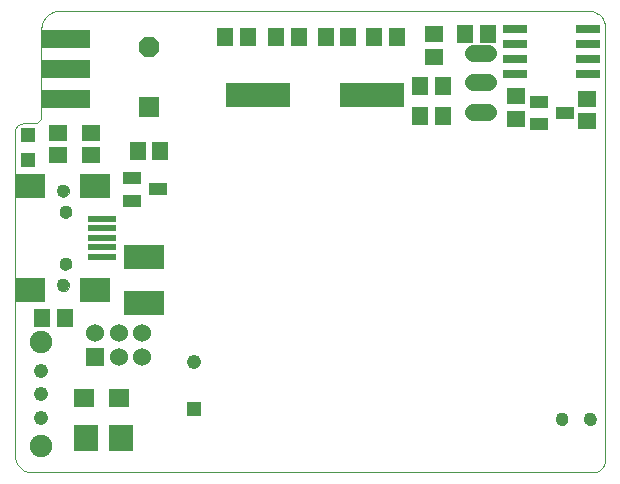
<source format=gts>
G75*
%MOIN*%
%OFA0B0*%
%FSLAX24Y24*%
%IPPOS*%
%LPD*%
%AMOC8*
5,1,8,0,0,1.08239X$1,22.5*
%
%ADD10C,0.0000*%
%ADD11C,0.0476*%
%ADD12C,0.0749*%
%ADD13R,0.0690X0.0690*%
%ADD14OC8,0.0690*%
%ADD15C,0.0434*%
%ADD16R,0.0985X0.0827*%
%ADD17R,0.0949X0.0237*%
%ADD18C,0.0560*%
%ADD19R,0.1640X0.0640*%
%ADD20R,0.0552X0.0631*%
%ADD21R,0.2140X0.0800*%
%ADD22R,0.0840X0.0300*%
%ADD23R,0.0631X0.0552*%
%ADD24R,0.0591X0.0434*%
%ADD25R,0.0827X0.0906*%
%ADD26R,0.0670X0.0591*%
%ADD27R,0.1379X0.0788*%
%ADD28R,0.0600X0.0600*%
%ADD29C,0.0600*%
%ADD30R,0.0476X0.0476*%
%ADD31R,0.0512X0.0512*%
D10*
X002038Y000854D02*
X002038Y011613D01*
X002039Y011613D02*
X002041Y011645D01*
X002046Y011676D01*
X002055Y011707D01*
X002067Y011737D01*
X002083Y011765D01*
X002101Y011791D01*
X002122Y011815D01*
X002146Y011836D01*
X002172Y011854D01*
X002200Y011870D01*
X002230Y011882D01*
X002261Y011891D01*
X002292Y011896D01*
X002324Y011898D01*
X002324Y011899D02*
X002659Y011899D01*
X002689Y011901D01*
X002718Y011906D01*
X002747Y011914D01*
X002774Y011925D01*
X002800Y011940D01*
X002824Y011957D01*
X002846Y011977D01*
X002866Y011999D01*
X002883Y012023D01*
X002898Y012049D01*
X002909Y012076D01*
X002917Y012105D01*
X002922Y012134D01*
X002924Y012164D01*
X002924Y015048D01*
X002926Y015095D01*
X002931Y015142D01*
X002941Y015189D01*
X002954Y015234D01*
X002970Y015279D01*
X002990Y015322D01*
X003013Y015363D01*
X003039Y015402D01*
X003068Y015440D01*
X003101Y015474D01*
X003135Y015507D01*
X003173Y015536D01*
X003212Y015562D01*
X003253Y015585D01*
X003296Y015605D01*
X003341Y015621D01*
X003386Y015634D01*
X003433Y015644D01*
X003480Y015649D01*
X003527Y015651D01*
X021161Y015651D01*
X021161Y015650D02*
X021207Y015648D01*
X021254Y015642D01*
X021299Y015633D01*
X021343Y015620D01*
X021387Y015603D01*
X021428Y015582D01*
X021468Y015558D01*
X021506Y015531D01*
X021542Y015501D01*
X021574Y015469D01*
X021604Y015433D01*
X021631Y015395D01*
X021655Y015355D01*
X021676Y015314D01*
X021693Y015270D01*
X021706Y015226D01*
X021715Y015181D01*
X021721Y015134D01*
X021723Y015088D01*
X021723Y000683D01*
X021721Y000644D01*
X021716Y000606D01*
X021707Y000569D01*
X021695Y000532D01*
X021679Y000497D01*
X021660Y000463D01*
X021639Y000431D01*
X021614Y000401D01*
X021587Y000374D01*
X021557Y000349D01*
X021525Y000328D01*
X021491Y000309D01*
X021456Y000293D01*
X021419Y000281D01*
X021382Y000272D01*
X021344Y000267D01*
X021305Y000265D01*
X002628Y000265D01*
X002582Y000267D01*
X002536Y000272D01*
X002491Y000281D01*
X002446Y000294D01*
X002403Y000310D01*
X002361Y000329D01*
X002320Y000352D01*
X002282Y000377D01*
X002245Y000406D01*
X002212Y000438D01*
X002180Y000471D01*
X002151Y000508D01*
X002126Y000546D01*
X002103Y000587D01*
X002084Y000629D01*
X002068Y000672D01*
X002055Y000717D01*
X002046Y000762D01*
X002041Y000808D01*
X002039Y000854D01*
X003456Y006501D02*
X003458Y006528D01*
X003464Y006555D01*
X003473Y006581D01*
X003486Y006605D01*
X003502Y006628D01*
X003521Y006647D01*
X003543Y006664D01*
X003567Y006678D01*
X003592Y006688D01*
X003619Y006695D01*
X003646Y006698D01*
X003674Y006697D01*
X003701Y006692D01*
X003727Y006684D01*
X003751Y006672D01*
X003774Y006656D01*
X003795Y006638D01*
X003812Y006617D01*
X003827Y006593D01*
X003838Y006568D01*
X003846Y006542D01*
X003850Y006515D01*
X003850Y006487D01*
X003846Y006460D01*
X003838Y006434D01*
X003827Y006409D01*
X003812Y006385D01*
X003795Y006364D01*
X003774Y006346D01*
X003752Y006330D01*
X003727Y006318D01*
X003701Y006310D01*
X003674Y006305D01*
X003646Y006304D01*
X003619Y006307D01*
X003592Y006314D01*
X003567Y006324D01*
X003543Y006338D01*
X003521Y006355D01*
X003502Y006374D01*
X003486Y006397D01*
X003473Y006421D01*
X003464Y006447D01*
X003458Y006474D01*
X003456Y006501D01*
X003532Y007222D02*
X003534Y007249D01*
X003540Y007276D01*
X003549Y007302D01*
X003562Y007326D01*
X003578Y007349D01*
X003597Y007368D01*
X003619Y007385D01*
X003643Y007399D01*
X003668Y007409D01*
X003695Y007416D01*
X003722Y007419D01*
X003750Y007418D01*
X003777Y007413D01*
X003803Y007405D01*
X003827Y007393D01*
X003850Y007377D01*
X003871Y007359D01*
X003888Y007338D01*
X003903Y007314D01*
X003914Y007289D01*
X003922Y007263D01*
X003926Y007236D01*
X003926Y007208D01*
X003922Y007181D01*
X003914Y007155D01*
X003903Y007130D01*
X003888Y007106D01*
X003871Y007085D01*
X003850Y007067D01*
X003828Y007051D01*
X003803Y007039D01*
X003777Y007031D01*
X003750Y007026D01*
X003722Y007025D01*
X003695Y007028D01*
X003668Y007035D01*
X003643Y007045D01*
X003619Y007059D01*
X003597Y007076D01*
X003578Y007095D01*
X003562Y007118D01*
X003549Y007142D01*
X003540Y007168D01*
X003534Y007195D01*
X003532Y007222D01*
X003532Y008954D02*
X003534Y008981D01*
X003540Y009008D01*
X003549Y009034D01*
X003562Y009058D01*
X003578Y009081D01*
X003597Y009100D01*
X003619Y009117D01*
X003643Y009131D01*
X003668Y009141D01*
X003695Y009148D01*
X003722Y009151D01*
X003750Y009150D01*
X003777Y009145D01*
X003803Y009137D01*
X003827Y009125D01*
X003850Y009109D01*
X003871Y009091D01*
X003888Y009070D01*
X003903Y009046D01*
X003914Y009021D01*
X003922Y008995D01*
X003926Y008968D01*
X003926Y008940D01*
X003922Y008913D01*
X003914Y008887D01*
X003903Y008862D01*
X003888Y008838D01*
X003871Y008817D01*
X003850Y008799D01*
X003828Y008783D01*
X003803Y008771D01*
X003777Y008763D01*
X003750Y008758D01*
X003722Y008757D01*
X003695Y008760D01*
X003668Y008767D01*
X003643Y008777D01*
X003619Y008791D01*
X003597Y008808D01*
X003578Y008827D01*
X003562Y008850D01*
X003549Y008874D01*
X003540Y008900D01*
X003534Y008927D01*
X003532Y008954D01*
X003456Y009655D02*
X003458Y009682D01*
X003464Y009709D01*
X003473Y009735D01*
X003486Y009759D01*
X003502Y009782D01*
X003521Y009801D01*
X003543Y009818D01*
X003567Y009832D01*
X003592Y009842D01*
X003619Y009849D01*
X003646Y009852D01*
X003674Y009851D01*
X003701Y009846D01*
X003727Y009838D01*
X003751Y009826D01*
X003774Y009810D01*
X003795Y009792D01*
X003812Y009771D01*
X003827Y009747D01*
X003838Y009722D01*
X003846Y009696D01*
X003850Y009669D01*
X003850Y009641D01*
X003846Y009614D01*
X003838Y009588D01*
X003827Y009563D01*
X003812Y009539D01*
X003795Y009518D01*
X003774Y009500D01*
X003752Y009484D01*
X003727Y009472D01*
X003701Y009464D01*
X003674Y009459D01*
X003646Y009458D01*
X003619Y009461D01*
X003592Y009468D01*
X003567Y009478D01*
X003543Y009492D01*
X003521Y009509D01*
X003502Y009528D01*
X003486Y009551D01*
X003473Y009575D01*
X003464Y009601D01*
X003458Y009628D01*
X003456Y009655D01*
X020066Y002045D02*
X020068Y002072D01*
X020074Y002099D01*
X020083Y002125D01*
X020096Y002149D01*
X020112Y002172D01*
X020131Y002191D01*
X020153Y002208D01*
X020177Y002222D01*
X020202Y002232D01*
X020229Y002239D01*
X020256Y002242D01*
X020284Y002241D01*
X020311Y002236D01*
X020337Y002228D01*
X020361Y002216D01*
X020384Y002200D01*
X020405Y002182D01*
X020422Y002161D01*
X020437Y002137D01*
X020448Y002112D01*
X020456Y002086D01*
X020460Y002059D01*
X020460Y002031D01*
X020456Y002004D01*
X020448Y001978D01*
X020437Y001953D01*
X020422Y001929D01*
X020405Y001908D01*
X020384Y001890D01*
X020362Y001874D01*
X020337Y001862D01*
X020311Y001854D01*
X020284Y001849D01*
X020256Y001848D01*
X020229Y001851D01*
X020202Y001858D01*
X020177Y001868D01*
X020153Y001882D01*
X020131Y001899D01*
X020112Y001918D01*
X020096Y001941D01*
X020083Y001965D01*
X020074Y001991D01*
X020068Y002018D01*
X020066Y002045D01*
X021011Y002045D02*
X021013Y002072D01*
X021019Y002099D01*
X021028Y002125D01*
X021041Y002149D01*
X021057Y002172D01*
X021076Y002191D01*
X021098Y002208D01*
X021122Y002222D01*
X021147Y002232D01*
X021174Y002239D01*
X021201Y002242D01*
X021229Y002241D01*
X021256Y002236D01*
X021282Y002228D01*
X021306Y002216D01*
X021329Y002200D01*
X021350Y002182D01*
X021367Y002161D01*
X021382Y002137D01*
X021393Y002112D01*
X021401Y002086D01*
X021405Y002059D01*
X021405Y002031D01*
X021401Y002004D01*
X021393Y001978D01*
X021382Y001953D01*
X021367Y001929D01*
X021350Y001908D01*
X021329Y001890D01*
X021307Y001874D01*
X021282Y001862D01*
X021256Y001854D01*
X021229Y001849D01*
X021201Y001848D01*
X021174Y001851D01*
X021147Y001858D01*
X021122Y001868D01*
X021098Y001882D01*
X021076Y001899D01*
X021057Y001918D01*
X021041Y001941D01*
X021028Y001965D01*
X021019Y001991D01*
X021013Y002018D01*
X021011Y002045D01*
D11*
X007999Y003950D03*
X002912Y003655D03*
X002912Y002867D03*
X002912Y002080D03*
D12*
X002912Y001135D03*
X002912Y004600D03*
D13*
X006527Y012438D03*
D14*
X006527Y014438D03*
D15*
X003653Y009655D03*
X003729Y008954D03*
X003729Y007222D03*
X003653Y006501D03*
X020263Y002045D03*
X021208Y002045D03*
D16*
X004714Y006356D03*
X002548Y006356D03*
X002548Y009820D03*
X004714Y009820D03*
D17*
X004936Y008718D03*
X004936Y008403D03*
X004936Y008088D03*
X004936Y007773D03*
X004936Y007458D03*
D18*
X017305Y012280D02*
X017825Y012280D01*
X017825Y013265D02*
X017305Y013265D01*
X017305Y014249D02*
X017825Y014249D01*
D19*
X003751Y014706D03*
X003751Y013706D03*
X003751Y012706D03*
D20*
X006145Y010978D03*
X006893Y010978D03*
X009058Y014769D03*
X009806Y014769D03*
X010759Y014769D03*
X011507Y014769D03*
X012397Y014769D03*
X013145Y014769D03*
X014015Y014777D03*
X014763Y014777D03*
X015558Y013139D03*
X016306Y013139D03*
X016298Y012151D03*
X015550Y012151D03*
X017058Y014867D03*
X017806Y014867D03*
X003700Y005411D03*
X002952Y005411D03*
D21*
X010150Y012852D03*
X013950Y012852D03*
D22*
X018718Y013535D03*
X018718Y014035D03*
X018718Y014535D03*
X018718Y015035D03*
X021138Y015035D03*
X021138Y014535D03*
X021138Y014035D03*
X021138Y013535D03*
D23*
X021113Y012726D03*
X021113Y011978D03*
X018759Y012056D03*
X018759Y012804D03*
X016007Y014127D03*
X016007Y014875D03*
X004578Y011592D03*
X004578Y010844D03*
X003464Y010836D03*
X003464Y011584D03*
D24*
X005956Y010076D03*
X006822Y009702D03*
X005956Y009328D03*
X019515Y011879D03*
X020381Y012253D03*
X019515Y012627D03*
D25*
X005582Y001399D03*
X004401Y001399D03*
D26*
X004342Y002753D03*
X005523Y002753D03*
D27*
X006342Y005899D03*
X006342Y007434D03*
D28*
X004716Y004115D03*
D29*
X005503Y004115D03*
X006290Y004115D03*
X006290Y004903D03*
X005503Y004903D03*
X004716Y004903D03*
D30*
X007999Y002375D03*
D31*
X002468Y010682D03*
X002468Y011509D03*
M02*

</source>
